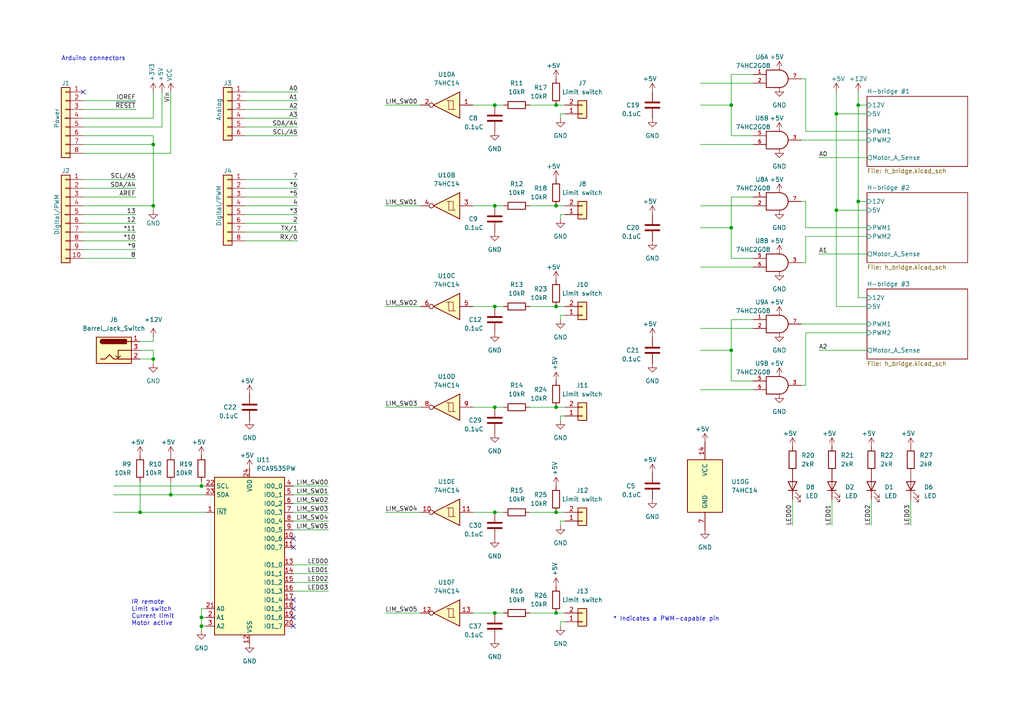
<source format=kicad_sch>
(kicad_sch (version 20211123) (generator eeschema)
  (paper "A4")
  (title_block (date "mar. 31 mars 2015"))
  (junction (at 212.09 30.48))
  (junction (at 161.29 30.48))
  (junction (at 212.09 101.6))
  (junction (at 161.29 59.69))
  (junction (at 58.42 181.61))
  (junction (at 44.45 59.69))
  (junction (at 40.64 148.59))
  (junction (at 58.42 140.97))
  (junction (at 143.51 118.11))
  (junction (at 161.29 148.59))
  (junction (at 248.92 30.48))
  (junction (at 248.92 58.42))
  (junction (at 143.51 59.69))
  (junction (at 143.51 30.48))
  (junction (at 143.51 148.59))
  (junction (at 143.51 177.8))
  (junction (at 44.45 41.91))
  (junction (at 58.42 179.07))
  (junction (at 44.45 104.14))
  (junction (at 161.29 118.11))
  (junction (at 49.53 143.51))
  (junction (at 161.29 88.9))
  (junction (at 242.57 33.02))
  (junction (at 212.09 66.04))
  (junction (at 143.51 88.9))
  (junction (at 242.57 60.96))
  (junction (at 161.29 177.8))
  (no_connect (at 85.09 179.07))
  (no_connect (at 85.09 156.21))
  (no_connect (at 85.09 181.61))
  (no_connect (at 85.09 158.75))
  (no_connect (at 24.13 26.67))
  (no_connect (at 85.09 176.53))
  (no_connect (at 85.09 173.99))
  (wire (pts (xy 111.76 88.9) (xy 121.92 88.9)))
  (wire (pts (xy 58.42 179.07) (xy 59.69 179.07)))
  (wire (pts (xy 86.36 69.85) (xy 71.12 69.85)))
  (wire (pts (xy 40.64 99.06) (xy 44.45 99.06)))
  (wire (pts (xy 44.45 99.06) (xy 44.45 97.79)))
  (wire (pts (xy 39.37 69.85) (xy 24.13 69.85)))
  (wire (pts (xy 163.83 151.13) (xy 162.56 151.13)))
  (wire (pts (xy 212.09 39.37) (xy 212.09 30.48)))
  (wire (pts (xy 233.68 96.52) (xy 251.46 96.52)))
  (wire (pts (xy 58.42 140.97) (xy 59.69 140.97)))
  (wire (pts (xy 251.46 88.9) (xy 242.57 88.9)))
  (wire (pts (xy 39.37 52.07) (xy 24.13 52.07)))
  (wire (pts (xy 251.46 73.66) (xy 237.49 73.66)))
  (wire (pts (xy 95.25 153.67) (xy 85.09 153.67)))
  (wire (pts (xy 95.25 151.13) (xy 85.09 151.13)))
  (wire (pts (xy 58.42 181.61) (xy 58.42 179.07)))
  (wire (pts (xy 146.05 177.8) (xy 143.51 177.8)))
  (wire (pts (xy 44.45 39.37) (xy 44.45 41.91)))
  (wire (pts (xy 162.56 180.34) (xy 162.56 181.61)))
  (wire (pts (xy 44.45 41.91) (xy 44.45 59.69)))
  (wire (pts (xy 163.83 180.34) (xy 162.56 180.34)))
  (wire (pts (xy 161.29 118.11) (xy 153.67 118.11)))
  (wire (pts (xy 143.51 30.48) (xy 137.16 30.48)))
  (wire (pts (xy 203.2 101.6) (xy 212.09 101.6)))
  (wire (pts (xy 40.64 101.6) (xy 44.45 101.6)))
  (wire (pts (xy 163.83 33.02) (xy 162.56 33.02)))
  (wire (pts (xy 232.41 40.64) (xy 251.46 40.64)))
  (wire (pts (xy 44.45 34.29) (xy 24.13 34.29)))
  (wire (pts (xy 163.83 88.9) (xy 161.29 88.9)))
  (wire (pts (xy 24.13 36.83) (xy 46.99 36.83)))
  (wire (pts (xy 203.2 66.04) (xy 212.09 66.04)))
  (wire (pts (xy 46.99 26.67) (xy 46.99 36.83)))
  (wire (pts (xy 212.09 101.6) (xy 212.09 92.71)))
  (wire (pts (xy 233.68 76.2) (xy 233.68 68.58)))
  (wire (pts (xy 162.56 151.13) (xy 162.56 152.4)))
  (wire (pts (xy 163.83 148.59) (xy 161.29 148.59)))
  (wire (pts (xy 39.37 62.23) (xy 24.13 62.23)))
  (wire (pts (xy 242.57 33.02) (xy 251.46 33.02)))
  (wire (pts (xy 44.45 26.67) (xy 44.45 34.29)))
  (wire (pts (xy 49.53 44.45) (xy 49.53 26.67)))
  (wire (pts (xy 86.36 52.07) (xy 71.12 52.07)))
  (wire (pts (xy 218.44 74.93) (xy 212.09 74.93)))
  (wire (pts (xy 212.09 238.76) (xy 222.25 238.76)))
  (wire (pts (xy 248.92 58.42) (xy 248.92 30.48)))
  (wire (pts (xy 44.45 104.14) (xy 44.45 105.41)))
  (wire (pts (xy 86.36 26.67) (xy 71.12 26.67)))
  (wire (pts (xy 203.2 77.47) (xy 218.44 77.47)))
  (wire (pts (xy 33.02 148.59) (xy 40.64 148.59)))
  (wire (pts (xy 111.76 148.59) (xy 121.92 148.59)))
  (wire (pts (xy 251.46 101.6) (xy 237.49 101.6)))
  (wire (pts (xy 39.37 64.77) (xy 24.13 64.77)))
  (wire (pts (xy 203.2 24.13) (xy 218.44 24.13)))
  (wire (pts (xy 241.3 144.78) (xy 241.3 152.4)))
  (wire (pts (xy 86.36 54.61) (xy 71.12 54.61)))
  (wire (pts (xy 58.42 179.07) (xy 58.42 176.53)))
  (wire (pts (xy 163.83 177.8) (xy 161.29 177.8)))
  (wire (pts (xy 203.2 59.69) (xy 218.44 59.69)))
  (wire (pts (xy 212.09 74.93) (xy 212.09 66.04)))
  (wire (pts (xy 161.29 59.69) (xy 153.67 59.69)))
  (wire (pts (xy 163.83 118.11) (xy 161.29 118.11)))
  (wire (pts (xy 33.02 143.51) (xy 49.53 143.51)))
  (wire (pts (xy 24.13 44.45) (xy 49.53 44.45)))
  (wire (pts (xy 212.09 233.68) (xy 222.25 233.68)))
  (wire (pts (xy 162.56 91.44) (xy 162.56 92.71)))
  (wire (pts (xy 232.41 58.42) (xy 233.68 58.42)))
  (wire (pts (xy 248.92 86.36) (xy 248.92 58.42)))
  (wire (pts (xy 232.41 76.2) (xy 233.68 76.2)))
  (wire (pts (xy 58.42 182.88) (xy 58.42 181.61)))
  (wire (pts (xy 146.05 118.11) (xy 143.51 118.11)))
  (wire (pts (xy 111.76 118.11) (xy 121.92 118.11)))
  (wire (pts (xy 85.09 168.91) (xy 95.25 168.91)))
  (wire (pts (xy 146.05 59.69) (xy 143.51 59.69)))
  (wire (pts (xy 39.37 72.39) (xy 24.13 72.39)))
  (wire (pts (xy 212.09 66.04) (xy 212.09 57.15)))
  (wire (pts (xy 232.41 93.98) (xy 251.46 93.98)))
  (wire (pts (xy 251.46 86.36) (xy 248.92 86.36)))
  (wire (pts (xy 195.58 231.14) (xy 191.77 231.14)))
  (wire (pts (xy 49.53 143.51) (xy 59.69 143.51)))
  (wire (pts (xy 86.36 59.69) (xy 71.12 59.69)))
  (wire (pts (xy 232.41 111.76) (xy 233.68 111.76)))
  (wire (pts (xy 163.83 120.65) (xy 162.56 120.65)))
  (wire (pts (xy 111.76 30.48) (xy 121.92 30.48)))
  (wire (pts (xy 212.09 228.6) (xy 222.25 228.6)))
  (wire (pts (xy 24.13 29.21) (xy 39.37 29.21)))
  (wire (pts (xy 163.83 62.23) (xy 162.56 62.23)))
  (wire (pts (xy 251.46 38.1) (xy 233.68 38.1)))
  (wire (pts (xy 85.09 166.37) (xy 95.25 166.37)))
  (wire (pts (xy 248.92 26.67) (xy 248.92 30.48)))
  (wire (pts (xy 251.46 45.72) (xy 237.49 45.72)))
  (wire (pts (xy 242.57 26.67) (xy 242.57 33.02)))
  (wire (pts (xy 40.64 104.14) (xy 44.45 104.14)))
  (wire (pts (xy 86.36 39.37) (xy 71.12 39.37)))
  (wire (pts (xy 218.44 110.49) (xy 212.09 110.49)))
  (wire (pts (xy 39.37 57.15) (xy 24.13 57.15)))
  (wire (pts (xy 44.45 59.69) (xy 44.45 60.96)))
  (wire (pts (xy 203.2 30.48) (xy 212.09 30.48)))
  (wire (pts (xy 143.51 88.9) (xy 137.16 88.9)))
  (wire (pts (xy 146.05 30.48) (xy 143.51 30.48)))
  (wire (pts (xy 163.83 30.48) (xy 161.29 30.48)))
  (wire (pts (xy 49.53 139.7) (xy 49.53 143.51)))
  (wire (pts (xy 233.68 96.52) (xy 233.68 111.76)))
  (wire (pts (xy 86.36 31.75) (xy 71.12 31.75)))
  (wire (pts (xy 24.13 31.75) (xy 39.37 31.75)))
  (wire (pts (xy 195.58 223.52) (xy 191.77 223.52)))
  (wire (pts (xy 195.58 228.6) (xy 191.77 228.6)))
  (wire (pts (xy 95.25 143.51) (xy 85.09 143.51)))
  (wire (pts (xy 24.13 41.91) (xy 44.45 41.91)))
  (wire (pts (xy 58.42 181.61) (xy 59.69 181.61)))
  (wire (pts (xy 95.25 146.05) (xy 85.09 146.05)))
  (wire (pts (xy 58.42 176.53) (xy 59.69 176.53)))
  (wire (pts (xy 33.02 140.97) (xy 58.42 140.97)))
  (wire (pts (xy 252.73 144.78) (xy 252.73 152.4)))
  (wire (pts (xy 111.76 177.8) (xy 121.92 177.8)))
  (wire (pts (xy 161.29 30.48) (xy 153.67 30.48)))
  (wire (pts (xy 85.09 163.83) (xy 95.25 163.83)))
  (wire (pts (xy 248.92 30.48) (xy 251.46 30.48)))
  (wire (pts (xy 161.29 177.8) (xy 153.67 177.8)))
  (wire (pts (xy 95.25 140.97) (xy 85.09 140.97)))
  (wire (pts (xy 162.56 62.23) (xy 162.56 63.5)))
  (wire (pts (xy 195.58 218.44) (xy 191.77 218.44)))
  (wire (pts (xy 86.36 29.21) (xy 71.12 29.21)))
  (wire (pts (xy 143.51 59.69) (xy 137.16 59.69)))
  (wire (pts (xy 203.2 95.25) (xy 218.44 95.25)))
  (wire (pts (xy 233.68 58.42) (xy 233.68 66.04)))
  (wire (pts (xy 86.36 34.29) (xy 71.12 34.29)))
  (wire (pts (xy 251.46 58.42) (xy 248.92 58.42)))
  (wire (pts (xy 264.16 144.78) (xy 264.16 152.4)))
  (wire (pts (xy 163.83 91.44) (xy 162.56 91.44)))
  (wire (pts (xy 24.13 39.37) (xy 44.45 39.37)))
  (wire (pts (xy 86.36 36.83) (xy 71.12 36.83)))
  (wire (pts (xy 59.69 148.59) (xy 40.64 148.59)))
  (wire (pts (xy 203.2 41.91) (xy 218.44 41.91)))
  (wire (pts (xy 162.56 120.65) (xy 162.56 121.92)))
  (wire (pts (xy 218.44 39.37) (xy 212.09 39.37)))
  (wire (pts (xy 39.37 67.31) (xy 24.13 67.31)))
  (wire (pts (xy 212.09 57.15) (xy 218.44 57.15)))
  (wire (pts (xy 233.68 68.58) (xy 251.46 68.58)))
  (wire (pts (xy 229.87 144.78) (xy 229.87 152.4)))
  (wire (pts (xy 251.46 60.96) (xy 242.57 60.96)))
  (wire (pts (xy 86.36 57.15) (xy 71.12 57.15)))
  (wire (pts (xy 111.76 59.69) (xy 121.92 59.69)))
  (wire (pts (xy 195.58 220.98) (xy 191.77 220.98)))
  (wire (pts (xy 161.29 148.59) (xy 153.67 148.59)))
  (wire (pts (xy 146.05 88.9) (xy 143.51 88.9)))
  (wire (pts (xy 212.09 92.71) (xy 218.44 92.71)))
  (wire (pts (xy 163.83 59.69) (xy 161.29 59.69)))
  (wire (pts (xy 242.57 88.9) (xy 242.57 60.96)))
  (wire (pts (xy 58.42 139.7) (xy 58.42 140.97)))
  (wire (pts (xy 212.09 110.49) (xy 212.09 101.6)))
  (wire (pts (xy 143.51 177.8) (xy 137.16 177.8)))
  (wire (pts (xy 146.05 148.59) (xy 143.51 148.59)))
  (wire (pts (xy 39.37 54.61) (xy 24.13 54.61)))
  (wire (pts (xy 242.57 60.96) (xy 242.57 33.02)))
  (wire (pts (xy 143.51 118.11) (xy 137.16 118.11)))
  (wire (pts (xy 195.58 226.06) (xy 191.77 226.06)))
  (wire (pts (xy 86.36 64.77) (xy 71.12 64.77)))
  (wire (pts (xy 95.25 148.59) (xy 85.09 148.59)))
  (wire (pts (xy 44.45 101.6) (xy 44.45 104.14)))
  (wire (pts (xy 86.36 62.23) (xy 71.12 62.23)))
  (wire (pts (xy 24.13 59.69) (xy 44.45 59.69)))
  (wire (pts (xy 85.09 171.45) (xy 95.25 171.45)))
  (wire (pts (xy 233.68 22.86) (xy 233.68 38.1)))
  (wire (pts (xy 162.56 33.02) (xy 162.56 34.29)))
  (wire (pts (xy 161.29 88.9) (xy 153.67 88.9)))
  (wire (pts (xy 143.51 148.59) (xy 137.16 148.59)))
  (wire (pts (xy 212.09 21.59) (xy 218.44 21.59)))
  (wire (pts (xy 233.68 66.04) (xy 251.46 66.04)))
  (wire (pts (xy 86.36 67.31) (xy 71.12 67.31)))
  (wire (pts (xy 232.41 22.86) (xy 233.68 22.86)))
  (wire (pts (xy 212.09 30.48) (xy 212.09 21.59)))
  (wire (pts (xy 40.64 148.59) (xy 40.64 139.7)))
  (wire (pts (xy 39.37 74.93) (xy 24.13 74.93)))
  (wire (pts (xy 203.2 113.03) (xy 218.44 113.03)))
  (text "IR remote\nLimit switch\nCurrent limit\nMotor active" (at 38.1 181.61 0) (effects (font (size 1.27 1.27)) (justify left bottom)))
  (text "* Indicates a PWM-capable pin" (at 177.8 180.34 0) (effects (font (size 1.27 1.27)) (justify left bottom)))
  (text "Arduino connectors" (at 17.78 17.78 0) (effects (font (size 1.27 1.27)) (justify left bottom)))
  (label "RX{slash}0" (at 86.36 69.85 180))
  (label "A2" (at 86.36 31.75 180))
  (label "LED01" (at 95.25 166.37 180))
  (label "4" (at 86.36 59.69 180))
  (label "SDA{slash}A4" (at 222.25 233.68 180))
  (label "*11" (at 234.95 233.68 0))
  (label "LED03" (at 264.16 152.4 90))
  (label "LIM_SW04" (at 111.76 148.59 0))
  (label "2" (at 86.36 64.77 180))
  (label "LIM_SW03" (at 111.76 118.11 0))
  (label "A3" (at 86.36 34.29 180))
  (label "*10" (at 233.68 238.76 0))
  (label "13" (at 39.37 62.23 180))
  (label "A0" (at 237.49 45.72 0))
  (label "12" (at 39.37 64.77 180))
  (label "LIM_SW00" (at 95.25 140.97 180))
  (label "LIM_SW01" (at 111.76 59.69 0))
  (label "~{RESET}" (at 39.37 31.75 180))
  (label "*3" (at 234.95 228.6 0))
  (label "*10" (at 39.37 69.85 180))
  (label "LIM_SW02" (at 111.76 88.9 0))
  (label "SCL{slash}A5" (at 222.25 238.76 180))
  (label "A1" (at 237.49 73.66 0))
  (label "LED03" (at 95.25 171.45 180))
  (label "A2" (at 237.49 101.6 0))
  (label "8" (at 191.77 226.06 0))
  (label "LED00" (at 229.87 152.4 90))
  (label "A3" (at 222.25 228.6 180))
  (label "LIM_SW03" (at 95.25 148.59 180))
  (label "2" (at 191.77 218.44 0))
  (label "LED02" (at 252.73 152.4 90))
  (label "LIM_SW02" (at 95.25 146.05 180))
  (label "7" (at 86.36 52.07 180))
  (label "SDA{slash}A4" (at 39.37 54.61 180))
  (label "8" (at 39.37 74.93 180))
  (label "LED01" (at 241.3 152.4 90))
  (label "12" (at 191.77 228.6 0))
  (label "7" (at 191.77 223.52 0))
  (label "LED00" (at 95.25 163.83 180))
  (label "*11" (at 39.37 67.31 180))
  (label "*3" (at 86.36 62.23 180))
  (label "*5" (at 234.95 223.52 0))
  (label "A1" (at 86.36 29.21 180))
  (label "TX{slash}1" (at 86.36 67.31 180))
  (label "*9" (at 242.57 224.79 0))
  (label "4" (at 191.77 220.98 0))
  (label "A0" (at 86.36 26.67 180))
  (label "*6" (at 242.57 228.6 0))
  (label "AREF" (at 39.37 57.15 180))
  (label "Vin" (at 49.53 26.67 270))
  (label "*6" (at 86.36 54.61 180))
  (label "LED02" (at 95.25 168.91 180))
  (label "SCL{slash}A5" (at 39.37 52.07 180))
  (label "LIM_SW01" (at 95.25 143.51 180))
  (label "*9" (at 39.37 72.39 180))
  (label "LIM_SW00" (at 111.76 30.48 0))
  (label "*5" (at 86.36 57.15 180))
  (label "13" (at 191.77 231.14 0))
  (label "IOREF" (at 39.37 29.21 180))
  (label "SDA{slash}A4" (at 86.36 36.83 180))
  (label "SCL{slash}A5" (at 86.36 39.37 180))
  (label "LIM_SW04" (at 95.25 151.13 180))
  (label "LIM_SW05" (at 95.25 153.67 180))
  (label "LIM_SW05" (at 111.76 177.8 0))
  (symbol (lib_id "Connector_Generic:Conn_01x08") (at 19.05 34.29 0) (mirror y) (unit 1)
    (property "Reference" "J1" (at 19.05 24.13 0))
    (property "Value" "Power" (at 16.51 34.29 90))
    (property "Footprint" "Connector_PinSocket_2.54mm:PinSocket_1x08_P2.54mm_Vertical" (effects hide))
    (property "Datasheet" "~" (at 19.05 34.29 0))
    (property "Manufacturer Part Number" "N/A" (effects hide))
  )
  (symbol (lib_id "power:+3V3") (at 44.45 26.67 0) (mirror y) (unit 1)
    (property "Reference" "#PWR04" (effects hide))
    (property "Value" "+3.3V" (at 44.069 23.622 90) (effects (justify left)))
  )
  (symbol (lib_id "power:+5V") (at 46.99 26.67 0) (mirror y) (unit 1)
    (property "Reference" "#PWR03" (effects hide))
    (property "Value" "+5V" (at 46.6344 23.622 90) (effects (justify left)))
  )
  (symbol (lib_id "Connector_Generic:Conn_01x10") (at 19.05 62.23 0) (mirror y) (unit 1)
    (property "Reference" "J2" (at 19.05 49.53 0))
    (property "Value" "Digital/PWM" (at 16.51 62.23 90))
    (property "Footprint" "Connector_PinSocket_2.54mm:PinSocket_1x10_P2.54mm_Vertical" (effects hide))
    (property "Datasheet" "~" (at 19.05 62.23 0))
    (property "Manufacturer Part Number" "N/A" (effects hide))
  )
  (symbol (lib_id "power:GND") (at 44.45 60.96 0) (unit 1)
    (property "Reference" "#PWR05" (effects hide))
    (property "Value" "GND" (at 44.45 64.77 0))
  )
  (symbol (lib_id "Connector_Generic:Conn_01x06") (at 66.04 31.75 0) (mirror y) (unit 1)
    (property "Reference" "J3" (at 66.04 24.13 0))
    (property "Value" "Analog" (at 63.5 31.75 90))
    (property "Footprint" "Connector_PinSocket_2.54mm:PinSocket_1x06_P2.54mm_Vertical" (effects hide))
    (property "Manufacturer Part Number" "N/A" (effects hide))
  )
  (symbol (lib_id "Connector_Generic:Conn_01x08") (at 66.04 59.69 0) (mirror y) (unit 1)
    (property "Reference" "J4" (at 66.04 49.53 0))
    (property "Value" "Digital/PWM" (at 63.5 59.69 90))
    (property "Footprint" "Connector_PinSocket_2.54mm:PinSocket_1x08_P2.54mm_Vertical" (effects hide))
    (property "Datasheet" "~" (at 66.04 59.69 0))
    (property "Manufacturer Part Number" "N/A" (effects hide))
  )
  (symbol (lib_id "Device:R") (at 161.29 26.67 0) (mirror y) (unit 1)
    (property "Reference" "R17" (at 158.75 25.3999 0) (effects (justify left)))
    (property "Value" "10kR" (at 158.75 27.9399 0) (effects (justify left)))
    (property "Footprint" "Resistor_SMD:R_0805_2012Metric_Pad1.20x1.40mm_HandSolder" (effects hide))
    (property "Datasheet" "https://datasheet.lcsc.com/lcsc/1810201611_YAGEO-RC0805FR-0710KL_C84376.pdf" (effects hide))
    (property "Manufacturer Part Number" "RC0805FR-0710KL" (effects hide))
  )
  (symbol (lib_id "Connector:Barrel_Jack_Switch") (at 33.02 101.6 0) (unit 1)
    (property "Reference" "J6" (at 33.02 92.71 0))
    (property "Value" "Barrel_Jack_Switch" (at 33.02 95.25 0))
    (property "Footprint" "Connector_BarrelJack:BarrelJack_Horizontal" (effects hide))
    (property "Datasheet" "https://datasheet.lcsc.com/lcsc/2108131530_Korean-Hroparts-Elec-DC-005-20A_C130239.pdf" (effects hide))
    (property "Manufacturer Part Number" "DC-005-20A" (effects hide))
  )
  (symbol (lib_id "Device:R") (at 149.86 148.59 270) (mirror x) (unit 1)
    (property "Reference" "R15" (at 149.86 142.24 90))
    (property "Value" "10kR" (at 149.86 144.78 90))
    (property "Footprint" "Resistor_SMD:R_0805_2012Metric_Pad1.20x1.40mm_HandSolder" (effects hide))
    (property "Datasheet" "https://datasheet.lcsc.com/lcsc/1810201611_YAGEO-RC0805FR-0710KL_C84376.pdf" (effects hide))
    (property "Manufacturer Part Number" "RC0805FR-0710KL" (effects hide))
  )
  (symbol (lib_id "Device:R") (at 149.86 177.8 270) (mirror x) (unit 1)
    (property "Reference" "R16" (at 149.86 171.45 90))
    (property "Value" "10kR" (at 149.86 173.99 90))
    (property "Footprint" "Resistor_SMD:R_0805_2012Metric_Pad1.20x1.40mm_HandSolder" (effects hide))
    (property "Datasheet" "https://datasheet.lcsc.com/lcsc/1810201611_YAGEO-RC0805FR-0710KL_C84376.pdf" (effects hide))
    (property "Manufacturer Part Number" "RC0805FR-0710KL" (effects hide))
  )
  (symbol (lib_id "74xGxx:74LVC2G08") (at 226.06 22.86 0) (unit 1)
    (property "Reference" "U6" (at 220.98 16.51 0))
    (property "Value" "74HC2G08" (at 218.44 19.05 0))
    (property "Footprint" "Package_SO:TSSOP-8_3x3mm_P0.65mm" (effects hide))
    (property "Datasheet" "https://datasheet.lcsc.com/lcsc/2007022110_Nexperia-74HC2G08DP-125_C546820.pdf" (effects hide))
    (property "Manufacturer Part Number" "74HC2G08DP,125" (effects hide))
  )
  (symbol (lib_id "power:+5V") (at 226.06 20.32 0) (mirror y) (unit 1)
    (property "Reference" "#PWR032" (effects hide))
    (property "Value" "+5V" (at 227.33 16.51 0) (effects (justify left)))
  )
  (symbol (lib_id "power:+5V") (at 241.3 129.54 0) (mirror y) (unit 1)
    (property "Reference" "#PWR076" (effects hide))
    (property "Value" "+5V" (at 242.57 125.73 0) (effects (justify left)))
  )
  (symbol (lib_id "Device:R") (at 161.29 173.99 0) (mirror y) (unit 1)
    (property "Reference" "R26" (at 158.75 172.7199 0) (effects (justify left)))
    (property "Value" "10kR" (at 158.75 175.2599 0) (effects (justify left)))
    (property "Footprint" "Resistor_SMD:R_0805_2012Metric_Pad1.20x1.40mm_HandSolder" (effects hide))
    (property "Datasheet" "https://datasheet.lcsc.com/lcsc/1810201611_YAGEO-RC0805FR-0710KL_C84376.pdf" (effects hide))
    (property "Manufacturer Part Number" "RC0805FR-0710KL" (effects hide))
  )
  (symbol (lib_id "power:+5V") (at 189.23 62.23 0) (mirror y) (unit 1)
    (property "Reference" "#PWR039" (effects hide))
    (property "Value" "+5V" (at 190.5 58.42 0) (effects (justify left)))
  )
  (symbol (lib_id "power:+5V") (at 72.39 135.89 0) (mirror y) (unit 1)
    (property "Reference" "#PWR071" (effects hide))
    (property "Value" "+5V" (at 73.66 132.08 0) (effects (justify left)))
  )
  (symbol (lib_id "power:GND") (at 58.42 182.88 0) (unit 1)
    (property "Reference" "#PWR070" (effects hide))
    (property "Value" "GND" (at 58.42 187.96 0))
  )
  (symbol (lib_id "power:GND") (at 189.23 105.41 0) (unit 1)
    (property "Reference" "#PWR055" (effects hide))
    (property "Value" "GND" (at 189.23 110.49 0))
  )
  (symbol (lib_id "Device:C") (at 189.23 66.04 0) (unit 1)
    (property "Reference" "C20" (at 181.61 66.04 0) (effects (justify left)))
    (property "Value" "0.1uC" (at 180.34 68.58 0) (effects (justify left)))
    (property "Footprint" "Capacitor_SMD:C_0805_2012Metric_Pad1.18x1.45mm_HandSolder" (effects hide))
    (property "Datasheet" "https://datasheet.lcsc.com/lcsc/2006111832_YAGEO-CC0805KRX7R8BB104_C519981.pdf" (effects hide))
    (property "Manufacturer Part Number" "CC0805KRX7R8BB104" (effects hide))
  )
  (symbol (lib_id "power:+5V") (at 161.29 140.97 0) (mirror y) (unit 1)
    (property "Reference" "#PWR062" (effects hide))
    (property "Value" "+5V" (at 160.9344 137.922 90) (effects (justify left)))
  )
  (symbol (lib_id "power:GND") (at 189.23 144.78 0) (unit 1)
    (property "Reference" "#PWR06" (effects hide))
    (property "Value" "GND" (at 189.23 149.86 0))
  )
  (symbol (lib_id "power:+5V") (at 229.87 129.54 0) (mirror y) (unit 1)
    (property "Reference" "#PWR075" (effects hide))
    (property "Value" "+5V" (at 231.14 125.73 0) (effects (justify left)))
  )
  (symbol (lib_id "74xx:74HC14") (at 129.54 148.59 0) (mirror y) (unit 5)
    (property "Reference" "U10" (at 129.54 139.7 0))
    (property "Value" "74HC14" (at 129.54 142.24 0))
    (property "Footprint" "Package_SO:SO-14_3.9x8.65mm_P1.27mm" (effects hide))
    (property "Datasheet" "https://datasheet.lcsc.com/lcsc/1809192235_Diodes-Incorporated-74HC14S14-13_C130461.pdf" (effects hide))
    (property "Manufacturer Part Number" "74HC14S14-13" (effects hide))
  )
  (symbol (lib_id "Device:C") (at 143.51 92.71 0) (unit 1)
    (property "Reference" "C12" (at 135.89 92.71 0) (effects (justify left)))
    (property "Value" "0.1uC" (at 134.62 95.25 0) (effects (justify left)))
    (property "Footprint" "Capacitor_SMD:C_0805_2012Metric_Pad1.18x1.45mm_HandSolder" (effects hide))
    (property "Datasheet" "https://datasheet.lcsc.com/lcsc/2006111832_YAGEO-CC0805KRX7R8BB104_C519981.pdf" (effects hide))
    (property "Manufacturer Part Number" "CC0805KRX7R8BB104" (effects hide))
  )
  (symbol (lib_id "power:+5V") (at 189.23 97.79 0) (mirror y) (unit 1)
    (property "Reference" "#PWR054" (effects hide))
    (property "Value" "+5V" (at 190.5 93.98 0) (effects (justify left)))
  )
  (symbol (lib_id "Device:R") (at 161.29 55.88 0) (mirror y) (unit 1)
    (property "Reference" "R18" (at 158.75 54.6099 0) (effects (justify left)))
    (property "Value" "10kR" (at 158.75 57.1499 0) (effects (justify left)))
    (property "Footprint" "Resistor_SMD:R_0805_2012Metric_Pad1.20x1.40mm_HandSolder" (effects hide))
    (property "Datasheet" "https://datasheet.lcsc.com/lcsc/1810201611_YAGEO-RC0805FR-0710KL_C84376.pdf" (effects hide))
    (property "Manufacturer Part Number" "RC0805FR-0710KL" (effects hide))
  )
  (symbol (lib_id "74xx:74HC14") (at 129.54 118.11 0) (mirror y) (unit 4)
    (property "Reference" "U10" (at 129.54 109.22 0))
    (property "Value" "74HC14" (at 129.54 111.76 0))
    (property "Footprint" "Package_SO:SO-14_3.9x8.65mm_P1.27mm" (effects hide))
    (property "Datasheet" "https://datasheet.lcsc.com/lcsc/1809192235_Diodes-Incorporated-74HC14S14-13_C130461.pdf" (effects hide))
    (property "Manufacturer Part Number" "74HC14S14-13" (effects hide))
  )
  (symbol (lib_id "Device:LED") (at 241.3 140.97 90) (unit 1)
    (property "Reference" "D2" (at 245.11 141.2874 90) (effects (justify right)))
    (property "Value" "LED" (at 245.11 143.8274 90) (effects (justify right)))
    (property "Footprint" "LED_SMD:LED_0805_2012Metric" (effects hide))
  )
  (symbol (lib_id "Connector_Generic:Conn_01x02") (at 168.91 180.34 0) (mirror x) (unit 1)
    (property "Reference" "J13" (at 168.91 171.45 0))
    (property "Value" "Limit switch" (at 168.91 173.99 0))
    (property "Footprint" "Connector_JST:JST_PH_B2B-PH-K_1x02_P2.00mm_Vertical" (effects hide))
    (property "Datasheet" "https://datasheet.lcsc.com/lcsc/1811151524_JST-Sales-America-B2B-PH-K-S-LF-SN_C131337.pdf" (effects hide))
    (property "Manufacturer Part Number" "B2B-PH-K-S(LF)(SN)" (effects hide))
  )
  (symbol (lib_id "power:+5V") (at 226.06 91.44 0) (mirror y) (unit 1)
    (property "Reference" "#PWR049" (effects hide))
    (property "Value" "+5V" (at 227.33 87.63 0) (effects (justify left)))
  )
  (symbol (lib_id "power:+5V") (at 189.23 26.67 0) (mirror y) (unit 1)
    (property "Reference" "#PWR047" (effects hide))
    (property "Value" "+5V" (at 190.5 22.86 0) (effects (justify left)))
  )
  (symbol (lib_id "74xx:74HC14") (at 129.54 59.69 0) (mirror y) (unit 2)
    (property "Reference" "U10" (at 129.54 50.8 0))
    (property "Value" "74HC14" (at 129.54 53.34 0))
    (property "Footprint" "Package_SO:SO-14_3.9x8.65mm_P1.27mm" (effects hide))
    (property "Datasheet" "https://datasheet.lcsc.com/lcsc/1809192235_Diodes-Incorporated-74HC14S14-13_C130461.pdf" (effects hide))
    (property "Manufacturer Part Number" "74HC14S14-13" (effects hide))
  )
  (symbol (lib_id "power:GND") (at 44.45 105.41 0) (unit 1)
    (property "Reference" "#PWR036" (effects hide))
    (property "Value" "GND" (at 44.45 110.49 0))
  )
  (symbol (lib_id "74xx:74HC14") (at 129.54 177.8 0) (mirror y) (unit 6)
    (property "Reference" "U10" (at 129.54 168.91 0))
    (property "Value" "74HC14" (at 129.54 171.45 0))
    (property "Footprint" "Package_SO:SO-14_3.9x8.65mm_P1.27mm" (effects hide))
    (property "Datasheet" "https://datasheet.lcsc.com/lcsc/1809192235_Diodes-Incorporated-74HC14S14-13_C130461.pdf" (effects hide))
    (property "Manufacturer Part Number" "74HC14S14-13" (effects hide))
  )
  (symbol (lib_id "Connector_Generic:Conn_01x02") (at 168.91 120.65 0) (mirror x) (unit 1)
    (property "Reference" "J11" (at 168.91 111.76 0))
    (property "Value" "Limit switch" (at 168.91 114.3 0))
    (property "Footprint" "Connector_JST:JST_PH_B2B-PH-K_1x02_P2.00mm_Vertical" (effects hide))
    (property "Datasheet" "https://datasheet.lcsc.com/lcsc/1811151524_JST-Sales-America-B2B-PH-K-S-LF-SN_C131337.pdf" (effects hide))
    (property "Manufacturer Part Number" "B2B-PH-K-S(LF)(SN)" (effects hide))
  )
  (symbol (lib_id "power:+5V") (at 161.29 110.49 0) (mirror y) (unit 1)
    (property "Reference" "#PWR061" (effects hide))
    (property "Value" "+5V" (at 160.9344 107.442 90) (effects (justify left)))
  )
  (symbol (lib_id "Device:LED") (at 264.16 140.97 90) (unit 1)
    (property "Reference" "D6" (at 267.97 141.2874 90) (effects (justify right)))
    (property "Value" "LED" (at 267.97 143.8274 90) (effects (justify right)))
    (property "Footprint" "LED_SMD:LED_0805_2012Metric" (effects hide))
  )
  (symbol (lib_id "74xx:74HC14") (at 129.54 88.9 0) (mirror y) (unit 3)
    (property "Reference" "U10" (at 129.54 80.01 0))
    (property "Value" "74HC14" (at 129.54 82.55 0))
    (property "Footprint" "Package_SO:SO-14_3.9x8.65mm_P1.27mm" (effects hide))
    (property "Datasheet" "https://datasheet.lcsc.com/lcsc/1809192235_Diodes-Incorporated-74HC14S14-13_C130461.pdf" (effects hide))
    (property "Manufacturer Part Number" "74HC14S14-13" (effects hide))
  )
  (symbol (lib_id "power:+5V") (at 58.42 132.08 0) (mirror y) (unit 1)
    (property "Reference" "#PWR059" (effects hide))
    (property "Value" "+5V" (at 59.69 128.27 0) (effects (justify left)))
  )
  (symbol (lib_id "Device:LED") (at 229.87 140.97 90) (unit 1)
    (property "Reference" "D8" (at 233.68 141.2874 90) (effects (justify right)))
    (property "Value" "LED" (at 233.68 143.8274 90) (effects (justify right)))
    (property "Footprint" "LED_SMD:LED_0805_2012Metric" (effects hide))
  )
  (symbol (lib_id "Device:R") (at 264.16 133.35 0) (unit 1)
    (property "Reference" "R27" (at 266.7 132.0799 0) (effects (justify left)))
    (property "Value" "2kR" (at 266.7 134.6199 0) (effects (justify left)))
    (property "Footprint" "Resistor_SMD:R_0805_2012Metric_Pad1.20x1.40mm_HandSolder" (effects hide))
  )
  (symbol (lib_id "power:GND") (at 162.56 34.29 0) (mirror y) (unit 1)
    (property "Reference" "#PWR064" (effects hide))
    (property "Value" "GND" (at 162.56 39.37 0))
  )
  (symbol (lib_id "Device:C") (at 143.51 34.29 0) (unit 1)
    (property "Reference" "C8" (at 135.89 34.29 0) (effects (justify left)))
    (property "Value" "0.1uC" (at 134.62 36.83 0) (effects (justify left)))
    (property "Footprint" "Capacitor_SMD:C_0805_2012Metric_Pad1.18x1.45mm_HandSolder" (effects hide))
    (property "Datasheet" "https://datasheet.lcsc.com/lcsc/2006111832_YAGEO-CC0805KRX7R8BB104_C519981.pdf" (effects hide))
    (property "Manufacturer Part Number" "CC0805KRX7R8BB104" (effects hide))
  )
  (symbol (lib_id "power:VCC") (at 49.53 26.67 0) (mirror y) (unit 1)
    (property "Reference" "#PWR02" (effects hide))
    (property "Value" "VCC" (at 49.149 23.622 90) (effects (justify left)))
  )
  (symbol (lib_id "Device:R") (at 149.86 88.9 270) (mirror x) (unit 1)
    (property "Reference" "R13" (at 149.86 82.55 90))
    (property "Value" "10kR" (at 149.86 85.09 90))
    (property "Footprint" "Resistor_SMD:R_0805_2012Metric_Pad1.20x1.40mm_HandSolder" (effects hide))
    (property "Datasheet" "https://datasheet.lcsc.com/lcsc/1810201611_YAGEO-RC0805FR-0710KL_C84376.pdf" (effects hide))
    (property "Manufacturer Part Number" "RC0805FR-0710KL" (effects hide))
  )
  (symbol (lib_id "Device:C") (at 189.23 101.6 0) (unit 1)
    (property "Reference" "C21" (at 181.61 101.6 0) (effects (justify left)))
    (property "Value" "0.1uC" (at 180.34 104.14 0) (effects (justify left)))
    (property "Footprint" "Capacitor_SMD:C_0805_2012Metric_Pad1.18x1.45mm_HandSolder" (effects hide))
    (property "Datasheet" "https://datasheet.lcsc.com/lcsc/2006111832_YAGEO-CC0805KRX7R8BB104_C519981.pdf" (effects hide))
    (property "Manufacturer Part Number" "CC0805KRX7R8BB104" (effects hide))
  )
  (symbol (lib_id "74xx:74HC14") (at 129.54 30.48 0) (mirror y) (unit 1)
    (property "Reference" "U10" (at 129.54 21.59 0))
    (property "Value" "74HC14" (at 129.54 24.13 0))
    (property "Footprint" "Package_SO:SO-14_3.9x8.65mm_P1.27mm" (effects hide))
    (property "Datasheet" "https://datasheet.lcsc.com/lcsc/1809192235_Diodes-Incorporated-74HC14S14-13_C130461.pdf" (effects hide))
    (property "Manufacturer Part Number" "74HC14S14-13" (effects hide))
  )
  (symbol (lib_id "74xx:74HC14") (at 204.47 140.97 0) (unit 7)
    (property "Reference" "U10" (at 212.09 139.6999 0) (effects (justify left)))
    (property "Value" "74HC14" (at 212.09 142.2399 0) (effects (justify left)))
    (property "Footprint" "Package_SO:SO-14_3.9x8.65mm_P1.27mm" (effects hide))
    (property "Datasheet" "https://datasheet.lcsc.com/lcsc/1809192235_Diodes-Incorporated-74HC14S14-13_C130461.pdf" (effects hide))
    (property "Manufacturer Part Number" "74HC14S14-13" (effects hide))
  )
  (symbol (lib_id "Device:C") (at 143.51 121.92 0) (unit 1)
    (property "Reference" "C29" (at 135.89 121.92 0) (effects (justify left)))
    (property "Value" "0.1uC" (at 134.62 124.46 0) (effects (justify left)))
    (property "Footprint" "Capacitor_SMD:C_0805_2012Metric_Pad1.18x1.45mm_HandSolder" (effects hide))
    (property "Datasheet" "https://datasheet.lcsc.com/lcsc/2006111832_YAGEO-CC0805KRX7R8BB104_C519981.pdf" (effects hide))
    (property "Manufacturer Part Number" "CC0805KRX7R8BB104" (effects hide))
  )
  (symbol (lib_id "74xGxx:74LVC2G08") (at 226.06 58.42 0) (unit 1)
    (property "Reference" "U8" (at 220.98 52.07 0))
    (property "Value" "74HC2G08" (at 218.44 54.61 0))
    (property "Footprint" "Package_SO:TSSOP-8_3x3mm_P0.65mm" (effects hide))
    (property "Datasheet" "https://datasheet.lcsc.com/lcsc/2007022110_Nexperia-74HC2G08DP-125_C546820.pdf" (effects hide))
    (property "Manufacturer Part Number" "74HC2G08DP,125" (effects hide))
  )
  (symbol (lib_id "Connector_Generic:Conn_01x02") (at 168.91 33.02 0) (mirror x) (unit 1)
    (property "Reference" "J7" (at 168.91 24.13 0))
    (property "Value" "Limit switch" (at 168.91 26.67 0))
    (property "Footprint" "Connector_JST:JST_PH_B2B-PH-K_1x02_P2.00mm_Vertical" (effects hide))
    (property "Datasheet" "https://datasheet.lcsc.com/lcsc/1811151524_JST-Sales-America-B2B-PH-K-S-LF-SN_C131337.pdf" (effects hide))
    (property "Manufacturer Part Number" "B2B-PH-K-S(LF)(SN)" (effects hide))
  )
  (symbol (lib_id "Device:LED") (at 252.73 140.97 90) (unit 1)
    (property "Reference" "D1" (at 256.54 141.2874 90) (effects (justify right)))
    (property "Value" "LED" (at 256.54 143.8274 90) (effects (justify right)))
    (property "Footprint" "LED_SMD:LED_0805_2012Metric" (effects hide))
  )
  (symbol (lib_id "Device:R") (at 161.29 85.09 0) (mirror y) (unit 1)
    (property "Reference" "R23" (at 158.75 83.8199 0) (effects (justify left)))
    (property "Value" "10kR" (at 158.75 86.3599 0) (effects (justify left)))
    (property "Footprint" "Resistor_SMD:R_0805_2012Metric_Pad1.20x1.40mm_HandSolder" (effects hide))
    (property "Datasheet" "https://datasheet.lcsc.com/lcsc/1810201611_YAGEO-RC0805FR-0710KL_C84376.pdf" (effects hide))
    (property "Manufacturer Part Number" "RC0805FR-0710KL" (effects hide))
  )
  (symbol (lib_id "power:GND") (at 162.56 92.71 0) (mirror y) (unit 1)
    (property "Reference" "#PWR066" (effects hide))
    (property "Value" "GND" (at 162.56 97.79 0))
  )
  (symbol (lib_id "74xGxx:74LVC2G08") (at 226.06 111.76 0) (unit 2)
    (property "Reference" "U9" (at 220.98 105.41 0))
    (property "Value" "74HC2G08" (at 218.44 107.95 0))
    (property "Footprint" "Package_SO:TSSOP-8_3x3mm_P0.65mm" (effects hide))
    (property "Datasheet" "https://datasheet.lcsc.com/lcsc/2007022110_Nexperia-74HC2G08DP-125_C546820.pdf" (effects hide))
    (property "Manufacturer Part Number" "74HC2G08DP,125" (effects hide))
  )
  (symbol (lib_id "power:+12V") (at 248.92 26.67 0) (mirror y) (unit 1)
    (property "Reference" "#PWR030" (effects hide))
    (property "Value" "+12V" (at 248.92 22.86 0))
  )
  (symbol (lib_id "power:GND") (at 189.23 69.85 0) (unit 1)
    (property "Reference" "#PWR040" (effects hide))
    (property "Value" "GND" (at 189.23 74.93 0))
  )
  (symbol (lib_id "Device:R") (at 161.29 114.3 0) (mirror y) (unit 1)
    (property "Reference" "R24" (at 158.75 113.0299 0) (effects (justify left)))
    (property "Value" "10kR" (at 158.75 115.5699 0) (effects (justify left)))
    (property "Footprint" "Resistor_SMD:R_0805_2012Metric_Pad1.20x1.40mm_HandSolder" (effects hide))
    (property "Datasheet" "https://datasheet.lcsc.com/lcsc/1810201611_YAGEO-RC0805FR-0710KL_C84376.pdf" (effects hide))
    (property "Manufacturer Part Number" "RC0805FR-0710KL" (effects hide))
  )
  (symbol (lib_id "power:+5V") (at 72.39 114.3 0) (mirror y) (unit 1)
    (property "Reference" "#PWR073" (effects hide))
    (property "Value" "+5V" (at 73.66 110.49 0) (effects (justify left)))
  )
  (symbol (lib_id "Connector_Generic:Conn_01x02") (at 168.91 151.13 0) (mirror x) (unit 1)
    (property "Reference" "J12" (at 168.91 142.24 0))
    (property "Value" "Limit switch" (at 168.91 144.78 0))
    (property "Footprint" "Connector_JST:JST_PH_B2B-PH-K_1x02_P2.00mm_Vertical" (effects hide))
    (property "Datasheet" "https://datasheet.lcsc.com/lcsc/1811151524_JST-Sales-America-B2B-PH-K-S-LF-SN_C131337.pdf" (effects hide))
    (property "Manufacturer Part Number" "B2B-PH-K-S(LF)(SN)" (effects hide))
  )
  (symbol (lib_id "power:GND") (at 189.23 34.29 0) (unit 1)
    (property "Reference" "#PWR048" (effects hide))
    (property "Value" "GND" (at 189.23 39.37 0))
  )
  (symbol (lib_id "Device:R") (at 40.64 135.89 0) (mirror y) (unit 1)
    (property "Reference" "R9" (at 38.1 134.6199 0) (effects (justify left)))
    (property "Value" "10kR" (at 38.1 137.1599 0) (effects (justify left)))
    (property "Footprint" "Resistor_SMD:R_0805_2012Metric_Pad1.20x1.40mm_HandSolder" (effects hide))
    (property "Datasheet" "https://datasheet.lcsc.com/lcsc/1810201611_YAGEO-RC0805FR-0710KL_C84376.pdf" (effects hide))
    (property "Manufacturer Part Number" "RC0805FR-0710KL" (effects hide))
  )
  (symbol (lib_id "power:GND") (at 226.06 114.3 0) (mirror y) (unit 1)
    (property "Reference" "#PWR053" (effects hide))
    (property "Value" "GND" (at 226.06 119.38 0))
  )
  (symbol (lib_id "Device:R") (at 241.3 133.35 0) (unit 1)
    (property "Reference" "R21" (at 243.84 132.0799 0) (effects (justify left)))
    (property "Value" "2kR" (at 243.84 134.6199 0) (effects (justify left)))
    (property "Footprint" "Resistor_SMD:R_0805_2012Metric_Pad1.20x1.40mm_HandSolder" (effects hide))
  )
  (symbol (lib_id "power:+5V") (at 189.23 137.16 0) (mirror y) (unit 1)
    (property "Reference" "#PWR01" (effects hide))
    (property "Value" "+5V" (at 190.5 133.35 0) (effects (justify left)))
  )
  (symbol (lib_id "Device:R") (at 149.86 59.69 270) (mirror x) (unit 1)
    (property "Reference" "R12" (at 149.86 53.34 90))
    (property "Value" "10kR" (at 149.86 55.88 90))
    (property "Footprint" "Resistor_SMD:R_0805_2012Metric_Pad1.20x1.40mm_HandSolder" (effects hide))
    (property "Datasheet" "https://datasheet.lcsc.com/lcsc/1810201611_YAGEO-RC0805FR-0710KL_C84376.pdf" (effects hide))
    (property "Manufacturer Part Number" "RC0805FR-0710KL" (effects hide))
  )
  (symbol (lib_id "power:+5V") (at 161.29 81.28 0) (mirror y) (unit 1)
    (property "Reference" "#PWR060" (effects hide))
    (property "Value" "+5V" (at 162.56 77.47 0) (effects (justify left)))
  )
  (symbol (lib_id "power:GND") (at 226.06 78.74 0) (mirror y) (unit 1)
    (property "Reference" "#PWR046" (effects hide))
    (property "Value" "GND" (at 226.06 83.82 0))
  )
  (symbol (lib_id "power:GND") (at 143.51 185.42 0) (mirror y) (unit 1)
    (property "Reference" "#PWR025" (effects hide))
    (property "Value" "GND" (at 143.51 190.5 0))
  )
  (symbol (lib_id "Device:C") (at 143.51 152.4 0) (unit 1)
    (property "Reference" "C30" (at 135.89 152.4 0) (effects (justify left)))
    (property "Value" "0.1uC" (at 134.62 154.94 0) (effects (justify left)))
    (property "Footprint" "Capacitor_SMD:C_0805_2012Metric_Pad1.18x1.45mm_HandSolder" (effects hide))
    (property "Datasheet" "https://datasheet.lcsc.com/lcsc/2006111832_YAGEO-CC0805KRX7R8BB104_C519981.pdf" (effects hide))
    (property "Manufacturer Part Number" "CC0805KRX7R8BB104" (effects hide))
  )
  (symbol (lib_id "power:+5V") (at 226.06 55.88 0) (mirror y) (unit 1)
    (property "Reference" "#PWR041" (effects hide))
    (property "Value" "+5V" (at 227.33 52.07 0) (effects (justify left)))
  )
  (symbol (lib_id "Device:C") (at 143.51 181.61 0) (unit 1)
    (property "Reference" "C37" (at 135.89 181.61 0) (effects (justify left)))
    (property "Value" "0.1uC" (at 134.62 184.15 0) (effects (justify left)))
    (property "Footprint" "Capacitor_SMD:C_0805_2012Metric_Pad1.18x1.45mm_HandSolder" (effects hide))
    (property "Datasheet" "https://datasheet.lcsc.com/lcsc/2006111832_YAGEO-CC0805KRX7R8BB104_C519981.pdf" (effects hide))
    (property "Manufacturer Part Number" "CC0805KRX7R8BB104" (effects hide))
  )
  (symbol (lib_id "power:GND") (at 72.39 121.92 0) (unit 1)
    (property "Reference" "#PWR074" (effects hide))
    (property "Value" "GND" (at 72.39 127 0))
  )
  (symbol (lib_id "Device:R") (at 229.87 133.35 0) (unit 1)
    (property "Reference" "R20" (at 232.41 132.0799 0) (effects (justify left)))
    (property "Value" "2kR" (at 232.41 134.6199 0) (effects (justify left)))
    (property "Footprint" "Resistor_SMD:R_0805_2012Metric_Pad1.20x1.40mm_HandSolder" (effects hide))
  )
  (symbol (lib_id "power:GND") (at 143.51 38.1 0) (mirror y) (unit 1)
    (property "Reference" "#PWR013" (effects hide))
    (property "Value" "GND" (at 143.51 43.18 0))
  )
  (symbol (lib_id "power:GND") (at 226.06 96.52 0) (mirror y) (unit 1)
    (property "Reference" "#PWR050" (effects hide))
    (property "Value" "GND" (at 226.06 101.6 0))
  )
  (symbol (lib_id "74xGxx:74LVC2G08") (at 226.06 76.2 0) (unit 2)
    (property "Reference" "U8" (at 220.98 69.85 0))
    (property "Value" "74HC2G08" (at 218.44 72.39 0))
    (property "Footprint" "Package_SO:TSSOP-8_3x3mm_P0.65mm" (effects hide))
    (property "Datasheet" "https://datasheet.lcsc.com/lcsc/2007022110_Nexperia-74HC2G08DP-125_C546820.pdf" (effects hide))
    (property "Manufacturer Part Number" "74HC2G08DP,125" (effects hide))
  )
  (symbol (lib_id "power:+5V") (at 226.06 38.1 0) (mirror y) (unit 1)
    (property "Reference" "#PWR034" (effects hide))
    (property "Value" "+5V" (at 227.33 34.29 0) (effects (justify left)))
  )
  (symbol (lib_id "power:GND") (at 72.39 186.69 0) (unit 1)
    (property "Reference" "#PWR072" (effects hide))
    (property "Value" "GND" (at 72.39 191.77 0))
  )
  (symbol (lib_id "power:GND") (at 143.51 156.21 0) (mirror y) (unit 1)
    (property "Reference" "#PWR024" (effects hide))
    (property "Value" "GND" (at 143.51 161.29 0))
  )
  (symbol (lib_id "Interface_Expansion:PCA9555PW") (at 72.39 161.29 0) (unit 1)
    (property "Reference" "U11" (at 74.4094 133.35 0) (effects (justify left)))
    (property "Value" "PCA9535PW" (at 74.4094 135.89 0) (effects (justify left)))
    (property "Footprint" "Package_SO:TSSOP-24_4.4x7.8mm_P0.65mm" (effects hide))
    (property "Datasheet" "https://datasheet.lcsc.com/lcsc/1811131658_NXP-Semicon-PCA9535PW-118_C255606.pdf" (effects hide))
    (property "Manufacturer Part Number" "PCA9535PW,118" (effects hide))
  )
  (symbol (lib_id "Device:C") (at 143.51 63.5 0) (unit 1)
    (property "Reference" "C9" (at 135.89 63.5 0) (effects (justify left)))
    (property "Value" "0.1uC" (at 134.62 66.04 0) (effects (justify left)))
    (property "Footprint" "Capacitor_SMD:C_0805_2012Metric_Pad1.18x1.45mm_HandSolder" (effects hide))
    (property "Datasheet" "https://datasheet.lcsc.com/lcsc/2006111832_YAGEO-CC0805KRX7R8BB104_C519981.pdf" (effects hide))
    (property "Manufacturer Part Number" "CC0805KRX7R8BB104" (effects hide))
  )
  (symbol (lib_id "Device:R") (at 149.86 118.11 270) (mirror x) (unit 1)
    (property "Reference" "R14" (at 149.86 111.76 90))
    (property "Value" "10kR" (at 149.86 114.3 90))
    (property "Footprint" "Resistor_SMD:R_0805_2012Metric_Pad1.20x1.40mm_HandSolder" (effects hide))
    (property "Datasheet" "https://datasheet.lcsc.com/lcsc/1810201611_YAGEO-RC0805FR-0710KL_C84376.pdf" (effects hide))
    (property "Manufacturer Part Number" "RC0805FR-0710KL" (effects hide))
  )
  (symbol (lib_id "power:+5V") (at 226.06 109.22 0) (mirror y) (unit 1)
    (property "Reference" "#PWR052" (effects hide))
    (property "Value" "+5V" (at 227.33 105.41 0) (effects (justify left)))
  )
  (symbol (lib_id "power:GND") (at 204.47 153.67 0) (unit 1)
    (property "Reference" "#PWR012" (effects hide))
    (property "Value" "GND" (at 204.47 158.75 0))
  )
  (symbol (lib_id "power:GND") (at 143.51 67.31 0) (mirror y) (unit 1)
    (property "Reference" "#PWR015" (effects hide))
    (property "Value" "GND" (at 143.51 72.39 0))
  )
  (symbol (lib_id "power:GND") (at 226.06 60.96 0) (mirror y) (unit 1)
    (property "Reference" "#PWR042" (effects hide))
    (property "Value" "GND" (at 226.06 66.04 0))
  )
  (symbol (lib_id "Connector_Generic:Conn_01x02") (at 168.91 91.44 0) (mirror x) (unit 1)
    (property "Reference" "J10" (at 168.91 82.55 0))
    (property "Value" "Limit switch" (at 168.91 85.09 0))
    (property "Footprint" "Connector_JST:JST_PH_B2B-PH-K_1x02_P2.00mm_Vertical" (effects hide))
    (property "Datasheet" "https://datasheet.lcsc.com/lcsc/1811151524_JST-Sales-America-B2B-PH-K-S-LF-SN_C131337.pdf" (effects hide))
    (property "Manufacturer Part Number" "B2B-PH-K-S(LF)(SN)" (effects hide))
  )
  (symbol (lib_id "74xGxx:74LVC2G08") (at 226.06 93.98 0) (unit 1)
    (property "Reference" "U9" (at 220.98 87.63 0))
    (property "Value" "74HC2G08" (at 218.44 90.17 0))
    (property "Footprint" "Package_SO:TSSOP-8_3x3mm_P0.65mm" (effects hide))
    (property "Datasheet" "https://datasheet.lcsc.com/lcsc/2007022110_Nexperia-74HC2G08DP-125_C546820.pdf" (effects hide))
    (property "Manufacturer Part Number" "74HC2G08DP,125" (effects hide))
  )
  (symbol (lib_id "Device:R") (at 252.73 133.35 0) (unit 1)
    (property "Reference" "R22" (at 255.27 132.0799 0) (effects (justify left)))
    (property "Value" "2kR" (at 255.27 134.6199 0) (effects (justify left)))
    (property "Footprint" "Resistor_SMD:R_0805_2012Metric_Pad1.20x1.40mm_HandSolder" (effects hide))
  )
  (symbol (lib_id "Interface_Optical:TSOP531xx") (at -43.18 115.57 0) (unit 1)
    (property "Reference" "U?" (at -44.915 104.14 0))
    (property "Value" "TSOP531xx" (at -44.915 106.68 0))
    (property "Footprint" "OptoDevice:Vishay_MINIMOLD-3Pin" (effects hide))
    (property "Datasheet" "https://datasheet.lcsc.com/lcsc/1912111437_Everlight-Elec-IRM-H638J7-TR2-CLW_C414640.pdf" (effects hide))
    (property "Manufacturer Part Number" "IRM-H638J7/TR2(CLW)" (effects hide))
  )
  (symbol (lib_id "Device:C") (at 189.23 140.97 0) (unit 1)
    (property "Reference" "C5" (at 181.61 140.97 0) (effects (justify left)))
    (property "Value" "0.1uC" (at 180.34 143.51 0) (effects (justify left)))
    (property "Footprint" "Capacitor_SMD:C_0805_2012Metric_Pad1.18x1.45mm_HandSolder" (effects hide))
    (property "Datasheet" "https://datasheet.lcsc.com/lcsc/2006111832_YAGEO-CC0805KRX7R8BB104_C519981.pdf" (effects hide))
    (property "Manufacturer Part Number" "CC0805KRX7R8BB104" (effects hide))
  )
  (symbol (lib_id "power:+5V") (at 264.16 129.54 0) (mirror y) (unit 1)
    (property "Reference" "#PWR078" (effects hide))
    (property "Value" "+5V" (at 265.43 125.73 0) (effects (justify left)))
  )
  (symbol (lib_id "power:+5V") (at 161.29 170.18 0) (mirror y) (unit 1)
    (property "Reference" "#PWR063" (effects hide))
    (property "Value" "+5V" (at 160.9344 167.132 90) (effects (justify left)))
  )
  (symbol (lib_id "Connector_Generic:Conn_01x02") (at 168.91 62.23 0) (mirror x) (unit 1)
    (property "Reference" "J8" (at 168.91 53.34 0))
    (property "Value" "Limit switch" (at 168.91 55.88 0))
    (property "Footprint" "Connector_JST:JST_PH_B2B-PH-K_1x02_P2.00mm_Vertical" (effects hide))
    (property "Datasheet" "https://datasheet.lcsc.com/lcsc/1811151524_JST-Sales-America-B2B-PH-K-S-LF-SN_C131337.pdf" (effects hide))
    (property "Manufacturer Part Number" "B2B-PH-K-S(LF)(SN)" (effects hide))
  )
  (symbol (lib_id "Device:R") (at 58.42 135.89 0) (mirror y) (unit 1)
    (property "Reference" "R19" (at 55.88 134.6199 0) (effects (justify left)))
    (property "Value" "10kR" (at 55.88 137.1599 0) (effects (justify left)))
    (property "Footprint" "Resistor_SMD:R_0805_2012Metric_Pad1.20x1.40mm_HandSolder" (effects hide))
    (property "Datasheet" "https://datasheet.lcsc.com/lcsc/1810201611_YAGEO-RC0805FR-0710KL_C84376.pdf" (effects hide))
    (property "Manufacturer Part Number" "RC0805FR-0710KL" (effects hide))
  )
  (symbol (lib_id "power:GND") (at 143.51 125.73 0) (mirror y) (unit 1)
    (property "Reference" "#PWR020" (effects hide))
    (property "Value" "GND" (at 143.51 130.81 0))
  )
  (symbol (lib_id "power:+5V") (at 40.64 132.08 0) (mirror y) (unit 1)
    (property "Reference" "#PWR056" (effects hide))
    (property "Value" "+5V" (at 41.91 128.27 0) (effects (justify left)))
  )
  (symbol (lib_id "Device:R") (at 161.29 144.78 0) (mirror y) (unit 1)
    (property "Reference" "R25" (at 158.75 143.5099 0) (effects (justify left)))
    (property "Value" "10kR" (at 158.75 146.0499 0) (effects (justify left)))
    (property "Footprint" "Resistor_SMD:R_0805_2012Metric_Pad1.20x1.40mm_HandSolder" (effects hide))
    (property "Datasheet" "https://datasheet.lcsc.com/lcsc/1810201611_YAGEO-RC0805FR-0710KL_C84376.pdf" (effects hide))
    (property "Manufacturer Part Number" "RC0805FR-0710KL" (effects hide))
  )
  (symbol (lib_id "power:GND") (at 162.56 152.4 0) (mirror y) (unit 1)
    (property "Reference" "#PWR068" (effects hide))
    (property "Value" "GND" (at 162.56 157.48 0))
  )
  (symbol (lib_id "power:+5V") (at 252.73 129.54 0) (mirror y) (unit 1)
    (property "Reference" "#PWR077" (effects hide))
    (property "Value" "+5V" (at 254 125.73 0) (effects (justify left)))
  )
  (symbol (lib_id "power:+5V") (at 49.53 132.08 0) (mirror y) (unit 1)
    (property "Reference" "#PWR058" (effects hide))
    (property "Value" "+5V" (at 50.8 128.27 0) (effects (justify left)))
  )
  (symbol (lib_id "power:GND") (at 162.56 121.92 0) (mirror y) (unit 1)
    (property "Reference" "#PWR067" (effects hide))
    (property "Value" "GND" (at 162.56 127 0))
  )
  (symbol (lib_id "power:+5V") (at 161.29 52.07 0) (mirror y) (unit 1)
    (property "Reference" "#PWR044" (effects hide))
    (property "Value" "+5V" (at 162.56 48.26 0) (effects (justify left)))
  )
  (symbol (lib_id "power:GND") (at 226.06 43.18 0) (mirror y) (unit 1)
    (property "Reference" "#PWR037" (effects hide))
    (property "Value" "GND" (at 226.06 48.26 0))
  )
  (symbol (lib_id "power:+12V") (at 44.45 97.79 0) (unit 1)
    (property "Reference" "#PWR035" (effects hide))
    (property "Value" "+12V" (at 44.45 92.71 0))
  )
  (symbol (lib_id "power:+5V") (at 226.06 73.66 0) (mirror y) (unit 1)
    (property "Reference" "#PWR045" (effects hide))
    (property "Value" "+5V" (at 227.33 69.85 0) (effects (justify left)))
  )
  (symbol (lib_id "power:GND") (at 226.06 25.4 0) (mirror y) (unit 1)
    (property "Reference" "#PWR033" (effects hide))
    (property "Value" "GND" (at 226.06 30.48 0))
  )
  (symbol (lib_id "power:+5V") (at 204.47 128.27 0) (mirror y) (unit 1)
    (property "Reference" "#PWR08" (effects hide))
    (property "Value" "+5V" (at 205.74 124.46 0) (effects (justify left)))
  )
  (symbol (lib_id "Device:R") (at 149.86 30.48 270) (mirror x) (unit 1)
    (property "Reference" "R11" (at 149.86 24.13 90))
    (property "Value" "10kR" (at 149.86 26.67 90))
    (property "Footprint" "Resistor_SMD:R_0805_2012Metric_Pad1.20x1.40mm_HandSolder" (effects hide))
    (property "Datasheet" "https://datasheet.lcsc.com/lcsc/1810201611_YAGEO-RC0805FR-0710KL_C84376.pdf" (effects hide))
    (property "Manufacturer Part Number" "RC0805FR-0710KL" (effects hide))
  )
  (symbol (lib_id "power:+5V") (at 242.57 26.67 0) (mirror y) (unit 1)
    (property "Reference" "#PWR028" (effects hide))
    (property "Value" "+5V" (at 245.11 22.86 0) (effects (justify left)))
  )
  (symbol (lib_id "power:GND") (at 162.56 63.5 0) (mirror y) (unit 1)
    (property "Reference" "#PWR065" (effects hide))
    (property "Value" "GND" (at 162.56 68.58 0))
  )
  (symbol (lib_id "Device:R") (at 49.53 135.89 0) (mirror y) (unit 1)
    (property "Reference" "R10" (at 46.99 134.6199 0) (effects (justify left)))
    (property "Value" "10kR" (at 46.99 137.1599 0) (effects (justify left)))
    (property "Footprint" "Resistor_SMD:R_0805_2012Metric_Pad1.20x1.40mm_HandSolder" (effects hide))
    (property "Datasheet" "https://datasheet.lcsc.com/lcsc/1810201611_YAGEO-RC0805FR-0710KL_C84376.pdf" (effects hide))
    (property "Manufacturer Part Number" "RC0805FR-0710KL" (effects hide))
  )
  (symbol (lib_id "74xGxx:74LVC2G08") (at 226.06 40.64 0) (unit 2)
    (property "Reference" "U6" (at 220.98 34.29 0))
    (property "Value" "74HC2G08" (at 218.44 36.83 0))
    (property "Footprint" "Package_SO:TSSOP-8_3x3mm_P0.65mm" (effects hide))
    (property "Datasheet" "https://datasheet.lcsc.com/lcsc/2007022110_Nexperia-74HC2G08DP-125_C546820.pdf" (effects hide))
    (property "Manufacturer Part Number" "74HC2G08DP,125" (effects hide))
  )
  (symbol (lib_id "power:GND") (at 162.56 181.61 0) (mirror y) (unit 1)
    (property "Reference" "#PWR069" (effects hide))
    (property "Value" "GND" (at 162.56 186.69 0))
  )
  (symbol (lib_id "Device:C") (at 189.23 30.48 0) (unit 1)
    (property "Reference" "C19" (at 181.61 30.48 0) (effects (justify left)))
    (property "Value" "0.1uC" (at 180.34 33.02 0) (effects (justify left)))
    (property "Footprint" "Capacitor_SMD:C_0805_2012Metric_Pad1.18x1.45mm_HandSolder" (effects hide))
    (property "Datasheet" "https://datasheet.lcsc.com/lcsc/2006111832_YAGEO-CC0805KRX7R8BB104_C519981.pdf" (effects hide))
    (property "Manufacturer Part Number" "CC0805KRX7R8BB104" (effects hide))
  )
  (symbol (lib_id "power:+5V") (at 161.29 22.86 0) (mirror y) (unit 1)
    (property "Reference" "#PWR043" (effects hide))
    (property "Value" "+5V" (at 162.56 19.05 0) (effects (justify left)))
  )
  (symbol (lib_id "power:GND") (at 143.51 96.52 0) (mirror y) (unit 1)
    (property "Reference" "#PWR019" (effects hide))
    (property "Value" "GND" (at 143.51 101.6 0))
  )
  (symbol (lib_id "Device:C") (at 72.39 118.11 0) (unit 1)
    (property "Reference" "C22" (at 64.77 118.11 0) (effects (justify left)))
    (property "Value" "0.1uC" (at 63.5 120.65 0) (effects (justify left)))
    (property "Footprint" "Capacitor_SMD:C_0805_2012Metric_Pad1.18x1.45mm_HandSolder" (effects hide))
    (property "Datasheet" "https://datasheet.lcsc.com/lcsc/2006111832_YAGEO-CC0805KRX7R8BB104_C519981.pdf" (effects hide))
    (property "Manufacturer Part Number" "CC0805KRX7R8BB104" (effects hide))
  )
  (sheet (at 251.46 27.94) (size 29.21 20.32) (stroke (width 0.1524))
    (property "Sheet name" "H-bridge #1" (at 251.46 27.2284 0) (effects (justify left bottom)))
    (property "Sheet file" "h_bridge.kicad_sch" (at 251.46 48.8446 0) (effects (justify left top)))
    (pin "12V" input (at 251.46 30.48 180))
    (pin "5V" input (at 251.46 33.02 180))
    (pin "Motor_A_Sense" output (at 251.46 45.72 180))
    (pin "PWM1" input (at 251.46 38.1 180))
    (pin "PWM2" input (at 251.46 40.64 180))
  )
  (sheet (at 251.46 55.88) (size 29.21 20.32) (stroke (width 0.1524))
    (property "Sheet name" "H-bridge #2" (at 251.46 55.1684 0) (effects (justify left bottom)))
    (property "Sheet file" "h_bridge.kicad_sch" (at 251.46 76.7846 0) (effects (justify left top)))
    (pin "12V" input (at 251.46 58.42 180))
    (pin "5V" input (at 251.46 60.96 180))
    (pin "Motor_A_Sense" output (at 251.46 73.66 180))
    (pin "PWM1" input (at 251.46 66.04 180))
    (pin "PWM2" input (at 251.46 68.58 180))
  )
  (sheet (at 251.46 83.82) (size 29.21 20.32) (stroke (width 0.1524))
    (property "Sheet name" "H-bridge #3" (at 251.46 83.1084 0) (effects (justify left bottom)))
    (property "Sheet file" "h_bridge.kicad_sch" (at 251.46 104.7246 0) (effects (justify left top)))
    (pin "12V" input (at 251.46 86.36 180))
    (pin "5V" input (at 251.46 88.9 180))
    (pin "Motor_A_Sense" output (at 251.46 101.6 180))
    (pin "PWM1" input (at 251.46 93.98 180))
    (pin "PWM2" input (at 251.46 96.52 180))
  )
)
</source>
